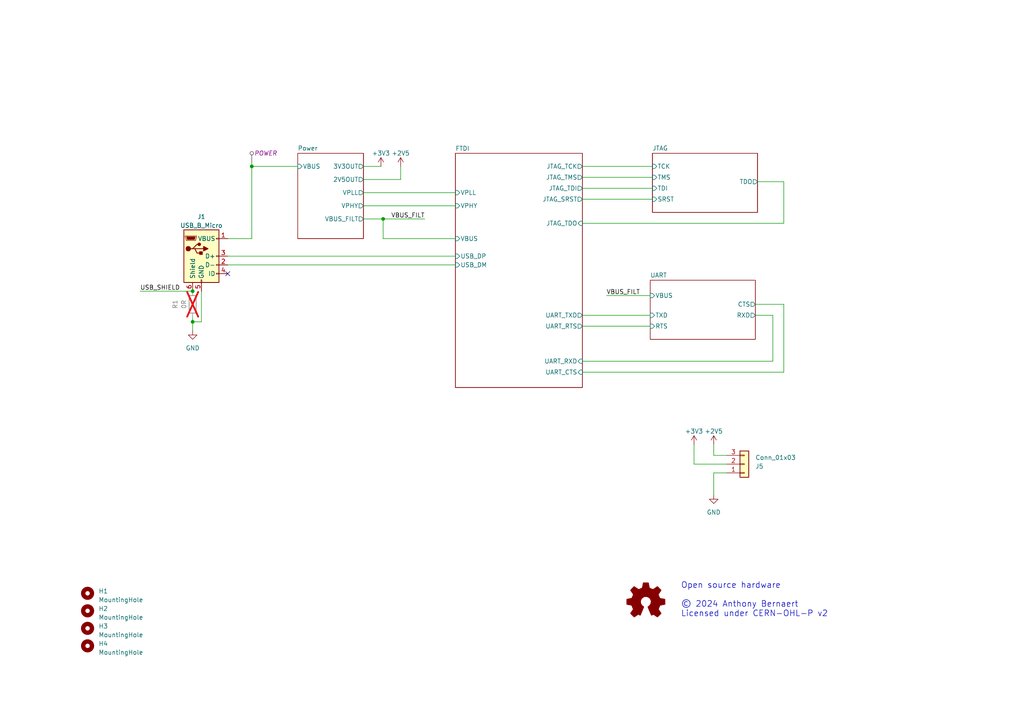
<source format=kicad_sch>
(kicad_sch (version 20230121) (generator eeschema)
  (paper "A4")
  (title_block (title "FTDI JTAG Programmer") (date "2024-10-11") (rev "1"))
  (lib_symbols
    (symbol "Connector:USB_B_Micro" (pin_names (offset 1.016))
      (property "Reference" "J" (at -5.08 11.43 0))
      (property "Value" "USB_B_Micro" (at -5.08 8.89 0))
      (symbol "USB_B_Micro_0_1"
        (rectangle (start -5.08 -7.62) (end 5.08 7.62) (stroke (width 0.254)) (fill (type background)))
        (circle (center -3.81 2.159) (radius 0.635) (stroke (width 0.254)) (fill (type outline)))
        (circle (center -0.635 3.429) (radius 0.381) (stroke (width 0.254)) (fill (type outline)))
        (rectangle (start -0.127 -7.62) (end 0.127 -6.858))
        (polyline (pts (xy -1.905 2.159) (xy 0.635 2.159)) (stroke (width 0.254)))
        (polyline (pts (xy -3.175 2.159) (xy -2.54 2.159) (xy -1.27 3.429) (xy -0.635 3.429)) (stroke (width 0.254)))
        (polyline (pts (xy -2.54 2.159) (xy -1.905 2.159) (xy -1.27 0.889) (xy 0 0.889)) (stroke (width 0.254)))
        (polyline (pts (xy 0.635 2.794) (xy 0.635 1.524) (xy 1.905 2.159) (xy 0.635 2.794)) (stroke (width 0.254)) (fill (type outline)))
        (polyline (pts (xy -4.318 5.588) (xy -1.778 5.588) (xy -2.032 4.826) (xy -4.064 4.826) (xy -4.318 5.588)) (fill (type outline)))
        (polyline (pts (xy -4.699 5.842) (xy -4.699 5.588) (xy -4.445 4.826) (xy -4.445 4.572) (xy -1.651 4.572) (xy -1.651 4.826) (xy -1.397 5.588) (xy -1.397 5.842) (xy -4.699 5.842)))
        (rectangle (start 0.254 1.27) (end -0.508 0.508) (stroke (width 0.254)) (fill (type outline)))
        (rectangle (start 5.08 -5.207) (end 4.318 -4.953))
        (rectangle (start 5.08 -2.667) (end 4.318 -2.413))
        (rectangle (start 5.08 -0.127) (end 4.318 0.127))
        (rectangle (start 5.08 4.953) (end 4.318 5.207))
      )
      (symbol "USB_B_Micro_1_1"
        (pin power_out line (at 7.62 5.08 180) (length 2.54) (name "VBUS") (number "1"))
        (pin bidirectional line (at 7.62 -2.54 180) (length 2.54) (name "D-") (number "2"))
        (pin bidirectional line (at 7.62 0 180) (length 2.54) (name "D+") (number "3"))
        (pin passive line (at 7.62 -5.08 180) (length 2.54) (name "ID") (number "4"))
        (pin power_out line (at 0 -10.16 90) (length 2.54) (name "GND") (number "5"))
        (pin passive line (at -2.54 -10.16 90) (length 2.54) (name "Shield") (number "6"))
      )
    )
    (symbol "Connector_Generic:Conn_01x03" (pin_names (offset 1.016) hide)
      (property "Reference" "J" (at 0 5.08 0))
      (property "Value" "Conn_01x03" (at 0 -5.08 0))
      (symbol "Conn_01x03_1_1"
        (rectangle (start -1.27 -2.413) (end 0 -2.667) (stroke (width 0.1524)))
        (rectangle (start -1.27 0.127) (end 0 -0.127) (stroke (width 0.1524)))
        (rectangle (start -1.27 2.667) (end 0 2.413) (stroke (width 0.1524)))
        (rectangle (start -1.27 3.81) (end 1.27 -3.81) (stroke (width 0.254)) (fill (type background)))
        (pin passive line (at -5.08 2.54 0) (length 3.81) (name "Pin_1") (number "1"))
        (pin passive line (at -5.08 0 0) (length 3.81) (name "Pin_2") (number "2"))
        (pin passive line (at -5.08 -2.54 0) (length 3.81) (name "Pin_3") (number "3"))
      )
    )
    (symbol "Device:R" (pin_numbers hide) (pin_names (offset 0))
      (property "Reference" "R" (at 2.032 0 90))
      (property "Value" "R" (at 0 0 90))
      (symbol "R_0_1"
        (rectangle (start -1.016 -2.54) (end 1.016 2.54) (stroke (width 0.254)))
      )
      (symbol "R_1_1"
        (pin passive line (at 0 3.81 270) (length 1.27) (name "~") (number "1"))
        (pin passive line (at 0 -3.81 90) (length 1.27) (name "~") (number "2"))
      )
    )
    (symbol "Graphic:Logo_Open_Hardware_Small" (in_bom no) (on_board no)
      (symbol "Logo_Open_Hardware_Small_0_1"
        (polyline (pts (xy 3.3528 -4.3434) (xy 3.302 -4.318) (xy 3.175 -4.2418) (xy 2.9972 -4.1148) (xy 2.7686 -3.9624) (xy 2.54 -3.81) (xy 2.3622 -3.7084) (xy 2.2352 -3.6068) (xy 2.1844 -3.5814) (xy 2.159 -3.6068) (xy 2.0574 -3.6576) (xy 1.905 -3.7338) (xy 1.8034 -3.7846) (xy 1.6764 -3.8354) (xy 1.6002 -3.8354) (xy 1.6002 -3.8354) (xy 1.5494 -3.7338) (xy 1.4732 -3.5306) (xy 1.3462 -3.302) (xy 1.2446 -3.0226) (xy 1.1176 -2.7178) (xy 0.9652 -2.413) (xy 0.8636 -2.1082) (xy 0.7366 -1.8288) (xy 0.6604 -1.6256) (xy 0.6096 -1.4732) (xy 0.5842 -1.397) (xy 0.5842 -1.397) (xy 0.6604 -1.3208) (xy 0.7874 -1.2446) (xy 1.0414 -1.016) (xy 1.2954 -0.6858) (xy 1.4478 -0.3302) (xy 1.524 0.0762) (xy 1.4732 0.4572) (xy 1.3208 0.8128) (xy 1.0668 1.143) (xy 0.762 1.3716) (xy 0.4064 1.524) (xy 0 1.5748) (xy -0.381 1.5494) (xy -0.7366 1.397) (xy -1.0668 1.143) (xy -1.2192 0.9906) (xy -1.397 0.6604) (xy -1.524 0.3048) (xy -1.524 0.2286) (xy -1.4986 -0.1778) (xy -1.397 -0.5334) (xy -1.1938 -0.8636) (xy -0.9144 -1.143) (xy -0.8636 -1.1684) (xy -0.7366 -1.27) (xy -0.635 -1.3462) (xy -0.5842 -1.397) (xy -1.0668 -2.5908) (xy -1.143 -2.794) (xy -1.2954 -3.1242) (xy -1.397 -3.4036) (xy -1.4986 -3.6322) (xy -1.5748 -3.7846) (xy -1.6002 -3.8354) (xy -1.6002 -3.8354) (xy -1.651 -3.8354) (xy -1.7272 -3.81) (xy -1.905 -3.7338) (xy -2.0066 -3.683) (xy -2.1336 -3.6068) (xy -2.2098 -3.5814) (xy -2.2606 -3.6068) (xy -2.3622 -3.683) (xy -2.54 -3.81) (xy -2.7686 -3.9624) (xy -2.9718 -4.0894) (xy -3.1496 -4.2164) (xy -3.302 -4.318) (xy -3.3528 -4.3434) (xy -3.3782 -4.3434) (xy -3.429 -4.318) (xy -3.5306 -4.2164) (xy -3.7084 -4.064) (xy -3.937 -3.8354) (xy -3.9624 -3.81) (xy -4.1656 -3.6068) (xy -4.318 -3.4544) (xy -4.4196 -3.3274) (xy -4.445 -3.2766) (xy -4.445 -3.2766) (xy -4.4196 -3.2258) (xy -4.318 -3.0734) (xy -4.2164 -2.8956) (xy -4.064 -2.667) (xy -3.6576 -2.0828) (xy -3.8862 -1.5494) (xy -3.937 -1.3716) (xy -4.0386 -1.1684) (xy -4.0894 -1.0414) (xy -4.1148 -0.9652) (xy -4.191 -0.9398) (xy -4.318 -0.9144) (xy -4.5466 -0.8636) (xy -4.8006 -0.8128) (xy -5.0546 -0.7874) (xy -5.2578 -0.7366) (xy -5.4356 -0.7112) (xy -5.5118 -0.6858) (xy -5.5118 -0.6858) (xy -5.5372 -0.635) (xy -5.5372 -0.5588) (xy -5.5372 -0.4318) (xy -5.5626 -0.2286) (xy -5.5626 0.0762) (xy -5.5626 0.127) (xy -5.5372 0.4064) (xy -5.5372 0.635) (xy -5.5372 0.762) (xy -5.5372 0.8382) (xy -5.5372 0.8382) (xy -5.461 0.8382) (xy -5.3086 0.889) (xy -5.08 0.9144) (xy -4.826 0.9652) (xy -4.8006 0.9906) (xy -4.5466 1.0414) (xy -4.318 1.0668) (xy -4.1656 1.1176) (xy -4.0894 1.143) (xy -4.0894 1.143) (xy -4.0386 1.2446) (xy -3.9624 1.4224) (xy -3.8608 1.6256) (xy -3.7846 1.8288) (xy -3.7084 2.0066) (xy -3.6576 2.159) (xy -3.6322 2.2098) (xy -3.6322 2.2098) (xy -3.683 2.286) (xy -3.7592 2.413) (xy -3.8862 2.5908) (xy -4.064 2.8194) (xy -4.064 2.8448) (xy -4.2164 3.0734) (xy -4.3434 3.2512) (xy -4.4196 3.3782) (xy -4.445 3.4544) (xy -4.445 3.4544) (xy -4.3942 3.5052) (xy -4.2926 3.6322) (xy -4.1148 3.81) (xy -3.937 4.0132) (xy -3.8608 4.064) (xy -3.6576 4.2926) (xy -3.5052 4.4196) (xy -3.4036 4.4958) (xy -3.3528 4.5212) (xy -3.3528 4.5212) (xy -3.302 4.4704) (xy -3.1496 4.3688) (xy -2.9718 4.2418) (xy -2.7432 4.0894) (xy -2.7178 4.0894) (xy -2.4892 3.937) (xy -2.3114 3.81) (xy -2.1844 3.7084) (xy -2.1336 3.683) (xy -2.1082 3.683) (xy -2.032 3.7084) (xy -1.8542 3.7592) (xy -1.6764 3.8354) (xy -1.4732 3.937) (xy -1.27 4.0132) (xy -1.143 4.064) (xy -1.0668 4.1148) (xy -1.0668 4.1148) (xy -1.0414 4.191) (xy -1.016 4.3434) (xy -0.9652 4.572) (xy -0.9144 4.8514) (xy -0.889 4.9022) (xy -0.8382 5.1562) (xy -0.8128 5.3848) (xy -0.7874 5.5372) (xy -0.762 5.588) (xy -0.7112 5.6134) (xy -0.5842 5.6134) (xy -0.4064 5.6134) (xy -0.1524 5.6134) (xy 0.0762 5.6134) (xy 0.3302 5.6134) (xy 0.5334 5.6134) (xy 0.6858 5.588) (xy 0.7366 5.588) (xy 0.7366 5.588) (xy 0.762 5.5118) (xy 0.8128 5.334) (xy 0.8382 5.1054) (xy 0.9144 4.826) (xy 0.9144 4.7752) (xy 0.9652 4.5212) (xy 1.016 4.2926) (xy 1.0414 4.1402) (xy 1.0668 4.0894) (xy 1.0668 4.0894) (xy 1.1938 4.0386) (xy 1.3716 3.9624) (xy 1.5748 3.8608) (xy 2.0828 3.6576) (xy 2.7178 4.0894) (xy 2.7686 4.1402) (xy 2.9972 4.2926) (xy 3.175 4.4196) (xy 3.302 4.4958) (xy 3.3782 4.5212) (xy 3.3782 4.5212) (xy 3.429 4.4704) (xy 3.556 4.3434) (xy 3.7338 4.191) (xy 3.9116 3.9878) (xy 4.064 3.8354) (xy 4.2418 3.6576) (xy 4.3434 3.556) (xy 4.4196 3.4798) (xy 4.4196 3.429) (xy 4.4196 3.4036) (xy 4.3942 3.3274) (xy 4.2926 3.2004) (xy 4.1656 2.9972) (xy 4.0132 2.794) (xy 3.8862 2.5908) (xy 3.7592 2.3876) (xy 3.6576 2.2352) (xy 3.6322 2.159) (xy 3.6322 2.1336) (xy 3.683 2.0066) (xy 3.7592 1.8288) (xy 3.8608 1.6002) (xy 4.064 1.1176) (xy 4.3942 1.0414) (xy 4.5974 1.016) (xy 4.8768 0.9652) (xy 5.1308 0.9144) (xy 5.5372 0.8382) (xy 5.5626 -0.6604) (xy 5.4864 -0.6858) (xy 5.4356 -0.6858) (xy 5.2832 -0.7366) (xy 5.0546 -0.762) (xy 4.8006 -0.8128) (xy 4.5974 -0.8636) (xy 4.3688 -0.9144) (xy 4.2164 -0.9398) (xy 4.1402 -0.9398) (xy 4.1148 -0.9652) (xy 4.064 -1.0668) (xy 3.9878 -1.2446) (xy 3.9116 -1.4478) (xy 3.81 -1.651) (xy 3.7338 -1.8542) (xy 3.683 -2.0066) (xy 3.6576 -2.0828) (xy 3.683 -2.1336) (xy 3.7846 -2.2606) (xy 3.8862 -2.4638) (xy 4.0386 -2.667) (xy 4.191 -2.8956) (xy 4.318 -3.0734) (xy 4.3942 -3.2004) (xy 4.445 -3.2766) (xy 4.4196 -3.3274) (xy 4.3434 -3.429) (xy 4.1656 -3.5814) (xy 3.937 -3.8354) (xy 3.8862 -3.8608) (xy 3.683 -4.064) (xy 3.5306 -4.2164) (xy 3.4036 -4.318) (xy 3.3528 -4.3434)) (fill (type outline)))
      )
    )
    (symbol "Mechanical:MountingHole" (pin_names (offset 1.016))
      (property "Reference" "H" (at 0 5.08 0))
      (property "Value" "MountingHole" (at 0 3.175 0))
      (symbol "MountingHole_0_1"
        (circle (center 0 0) (radius 1.27) (stroke (width 1.27)))
      )
    )
    (symbol "power:+2V5" (power) (pin_names (offset 0))
      (property "Value" "+2V5" (at 0 3.556 0))
      (symbol "+2V5_0_1"
        (polyline (pts (xy -0.762 1.27) (xy 0 2.54)))
        (polyline (pts (xy 0 0) (xy 0 2.54)))
        (polyline (pts (xy 0 2.54) (xy 0.762 1.27)))
      )
      (symbol "+2V5_1_1"
        (pin power_in line (at 0 0 90) (length 0) hide (name "+2V5") (number "1"))
      )
    )
    (symbol "power:+3V3" (power) (pin_names (offset 0))
      (property "Value" "+3V3" (at 0 3.556 0))
      (symbol "+3V3_0_1"
        (polyline (pts (xy -0.762 1.27) (xy 0 2.54)))
        (polyline (pts (xy 0 0) (xy 0 2.54)))
        (polyline (pts (xy 0 2.54) (xy 0.762 1.27)))
      )
      (symbol "+3V3_1_1"
        (pin power_in line (at 0 0 90) (length 0) hide (name "+3V3") (number "1"))
      )
    )
    (symbol "power:GND" (power) (pin_names (offset 0))
      (property "Value" "GND" (at 0 -3.81 0))
      (symbol "GND_0_1"
        (polyline (pts (xy 0 0) (xy 0 -1.27) (xy 1.27 -1.27) (xy 0 -2.54) (xy -1.27 -1.27) (xy 0 -1.27)))
      )
      (symbol "GND_1_1"
        (pin power_in line (at 0 0 270) (length 0) hide (name "GND") (number "1"))
      )
    )
  )
  (junction (at 73.025 48.26))
  (junction (at 55.88 93.345))
  (junction (at 111.125 63.5))
  (junction (at 55.88 84.455))
  (no_connect (at 66.04 79.375))
  (wire (pts (xy 105.41 63.5) (xy 111.125 63.5)))
  (wire (pts (xy 111.125 69.215) (xy 132.08 69.215)))
  (wire (pts (xy 55.88 93.345) (xy 55.88 92.075)))
  (wire (pts (xy 227.33 52.705) (xy 219.71 52.705)))
  (wire (pts (xy 210.82 134.62) (xy 201.295 134.62)))
  (wire (pts (xy 168.91 94.615) (xy 188.595 94.615)))
  (wire (pts (xy 168.91 64.77) (xy 227.33 64.77)))
  (wire (pts (xy 73.025 48.26) (xy 86.36 48.26)))
  (wire (pts (xy 207.01 137.16) (xy 207.01 143.51)))
  (wire (pts (xy 168.91 104.775) (xy 224.155 104.775)))
  (wire (pts (xy 168.91 91.44) (xy 188.595 91.44)))
  (wire (pts (xy 66.04 74.295) (xy 132.08 74.295)))
  (wire (pts (xy 207.01 137.16) (xy 210.82 137.16)))
  (wire (pts (xy 105.41 55.88) (xy 132.08 55.88)))
  (wire (pts (xy 201.295 128.905) (xy 201.295 134.62)))
  (wire (pts (xy 175.895 85.725) (xy 188.595 85.725)))
  (wire (pts (xy 105.41 59.69) (xy 132.08 59.69)))
  (wire (pts (xy 227.33 64.77) (xy 227.33 52.705)))
  (wire (pts (xy 40.64 84.455) (xy 55.88 84.455)))
  (wire (pts (xy 111.125 63.5) (xy 111.125 69.215)))
  (wire (pts (xy 105.41 52.07) (xy 116.205 52.07)))
  (wire (pts (xy 227.33 88.265) (xy 219.075 88.265)))
  (wire (pts (xy 168.91 107.95) (xy 227.33 107.95)))
  (wire (pts (xy 73.025 46.99) (xy 73.025 48.26)))
  (wire (pts (xy 111.125 63.5) (xy 123.19 63.5)))
  (wire (pts (xy 224.155 104.775) (xy 224.155 91.44)))
  (wire (pts (xy 210.82 132.08) (xy 207.01 132.08)))
  (wire (pts (xy 55.88 93.345) (xy 55.88 95.885)))
  (wire (pts (xy 219.075 91.44) (xy 224.155 91.44)))
  (wire (pts (xy 58.42 93.345) (xy 55.88 93.345)))
  (wire (pts (xy 168.91 54.61) (xy 189.23 54.61)))
  (wire (pts (xy 168.91 51.435) (xy 189.23 51.435)))
  (wire (pts (xy 73.025 48.26) (xy 73.025 69.215)))
  (wire (pts (xy 66.04 69.215) (xy 73.025 69.215)))
  (wire (pts (xy 168.91 57.785) (xy 189.23 57.785)))
  (wire (pts (xy 105.41 48.26) (xy 110.49 48.26)))
  (wire (pts (xy 227.33 107.95) (xy 227.33 88.265)))
  (wire (pts (xy 58.42 84.455) (xy 58.42 93.345)))
  (wire (pts (xy 116.205 52.07) (xy 116.205 48.26)))
  (wire (pts (xy 66.04 76.835) (xy 132.08 76.835)))
  (wire (pts (xy 168.91 48.26) (xy 189.23 48.26)))
  (wire (pts (xy 207.01 128.905) (xy 207.01 132.08)))
  (text "Open source hardware\n\n© 2024 Anthony Bernaert\nLicensed under CERN-OHL-P v2" (at 197.485 179.07 0) (effects (font (size 1.7 1.7)) (justify left bottom)))
  (label "VBUS_FILT" (at 123.19 63.5 180))
  (label "VBUS_FILT" (at 175.895 85.725 0))
  (label "USB_SHIELD" (at 40.64 84.455 0))
  (netclass_flag "" (length 2.54) (shape round) (at 73.025 46.99 0) (property "Netclass" "POWER" (at 73.7235 44.45 0) (effects (font italic) (justify left))))
  (symbol (lib_id "Connector_Generic:Conn_01x03") (at 215.9 134.62 0) (mirror x) (unit 1)
    (property "Reference" "J5" (at 219.075 135.255 0) (effects (justify left)))
    (property "Value" "Conn_01x03" (at 219.075 132.715 0) (effects (justify left)))
    (property "Footprint" "Connector_PinSocket_2.54mm:PinSocket_1x03_P2.54mm_Vertical" (effects hide))
  )
  (symbol (lib_id "Mechanical:MountingHole") (at 25.4 177.165 0) (unit 1)
    (property "Reference" "H2" (at 28.575 176.53 0) (effects (justify left)))
    (property "Value" "MountingHole" (at 28.575 179.07 0) (effects (justify left)))
    (property "Footprint" "MountingHole:MountingHole_3.2mm_M3" (effects hide))
  )
  (symbol (lib_id "power:+3V3") (at 201.295 128.905 0) (unit 1)
    (property "Reference" "#PWR050" (effects hide))
    (property "Value" "+3V3" (at 201.295 125.095 0))
  )
  (symbol (lib_id "Mechanical:MountingHole") (at 25.4 182.245 0) (unit 1)
    (property "Reference" "H3" (at 28.575 181.61 0) (effects (justify left)))
    (property "Value" "MountingHole" (at 28.575 184.15 0) (effects (justify left)))
    (property "Footprint" "MountingHole:MountingHole_3.2mm_M3" (effects hide))
  )
  (symbol (lib_id "power:+2V5") (at 116.205 48.26 0) (unit 1)
    (property "Reference" "#PWR043" (effects hide))
    (property "Value" "+2V5" (at 116.205 44.45 0))
  )
  (symbol (lib_id "power:+2V5") (at 207.01 128.905 0) (unit 1)
    (property "Reference" "#PWR051" (effects hide))
    (property "Value" "+2V5" (at 207.01 125.095 0))
  )
  (symbol (lib_id "Device:R") (at 55.88 88.265 0) (unit 1) (dnp yes)
    (property "Reference" "R1" (at 50.8 88.265 90))
    (property "Value" "0R" (at 53.34 88.265 90))
    (property "Footprint" "Resistor_SMD:R_0603_1608Metric" (effects hide))
  )
  (symbol (lib_id "Connector:USB_B_Micro") (at 58.42 74.295 0) (unit 1)
    (property "Reference" "J1" (at 58.42 62.865 0))
    (property "Value" "USB_B_Micro" (at 58.42 65.405 0))
    (property "Footprint" "Connector_USB:USB_Micro-B_Amphenol_10118194_Horizontal" (effects hide))
  )
  (symbol (lib_id "power:GND") (at 207.01 143.51 0) (unit 1)
    (property "Reference" "#PWR049" (effects hide))
    (property "Value" "GND" (at 207.01 148.59 0))
  )
  (symbol (lib_id "Mechanical:MountingHole") (at 25.4 172.085 0) (unit 1)
    (property "Reference" "H1" (at 28.575 171.45 0) (effects (justify left)))
    (property "Value" "MountingHole" (at 28.575 173.99 0) (effects (justify left)))
    (property "Footprint" "MountingHole:MountingHole_3.2mm_M3" (effects hide))
  )
  (symbol (lib_id "Graphic:Logo_Open_Hardware_Small") (at 187.325 174.625 0) (unit 1) (in_bom no) (on_board no)
    (property "Reference" "#SYM1" (effects hide))
    (property "Value" "Logo_Open_Hardware_Small" (effects hide))
    (property "Sim.Enable" "0" (effects hide))
  )
  (symbol (lib_id "power:GND") (at 55.88 95.885 0) (mirror y) (unit 1)
    (property "Reference" "#PWR01" (effects hide))
    (property "Value" "GND" (at 55.88 100.965 0))
  )
  (symbol (lib_id "power:+3V3") (at 110.49 48.26 0) (unit 1)
    (property "Reference" "#PWR042" (effects hide))
    (property "Value" "+3V3" (at 110.49 44.45 0))
  )
  (symbol (lib_id "Mechanical:MountingHole") (at 25.4 187.325 0) (unit 1)
    (property "Reference" "H4" (at 28.575 186.69 0) (effects (justify left)))
    (property "Value" "MountingHole" (at 28.575 189.23 0) (effects (justify left)))
    (property "Footprint" "MountingHole:MountingHole_3.2mm_M3" (effects hide))
  )
  (sheet (at 189.23 44.45) (size 30.48 17.145) (stroke (width 0.1524))
    (property "Sheetname" "JTAG" (at 189.23 43.7384 0) (effects (justify left bottom)))
    (property "Sheetfile" "JTAG.kicad_sch" (effects hide))
    (pin "TCK" input (at 189.23 48.26 180))
    (pin "TMS" input (at 189.23 51.435 180))
    (pin "SRST" input (at 189.23 57.785 180))
    (pin "TDI" input (at 189.23 54.61 180))
    (pin "TDO" output (at 219.71 52.705 0))
  )
  (sheet (at 188.595 81.28) (size 30.48 17.145) (stroke (width 0.1524))
    (property "Sheetname" "UART" (at 188.595 80.5684 0) (effects (justify left bottom)))
    (property "Sheetfile" "UART.kicad_sch" (effects hide))
    (pin "TXD" input (at 188.595 91.44 180))
    (pin "CTS" output (at 219.075 88.265 0))
    (pin "RXD" output (at 219.075 91.44 0))
    (pin "RTS" input (at 188.595 94.615 180))
    (pin "VBUS" input (at 188.595 85.725 180))
  )
  (sheet (at 132.08 44.45) (size 36.83 67.945) (stroke (width 0.1524))
    (property "Sheetname" "FTDI" (at 132.08 43.815 0) (effects (justify left bottom)))
    (property "Sheetfile" "FTDI.kicad_sch" (effects hide))
    (pin "USB_DP" input (at 132.08 74.295 180))
    (pin "USB_DM" input (at 132.08 76.835 180))
    (pin "VPHY" input (at 132.08 59.69 180))
    (pin "VPLL" input (at 132.08 55.88 180))
    (pin "VBUS" input (at 132.08 69.215 180))
    (pin "JTAG_TDO" input (at 168.91 64.77 0))
    (pin "JTAG_TCK" output (at 168.91 48.26 0))
    (pin "JTAG_TDI" output (at 168.91 54.61 0))
    (pin "JTAG_SRST" output (at 168.91 57.785 0))
    (pin "JTAG_TMS" output (at 168.91 51.435 0))
    (pin "UART_RTS" output (at 168.91 94.615 0))
    (pin "UART_CTS" input (at 168.91 107.95 0))
    (pin "UART_TXD" output (at 168.91 91.44 0))
    (pin "UART_RXD" input (at 168.91 104.775 0))
  )
  (sheet (at 86.36 44.45) (size 19.05 24.765) (stroke (width 0.1524))
    (property "Sheetname" "Power" (at 86.36 43.7384 0) (effects (justify left bottom)))
    (property "Sheetfile" "Power.kicad_sch" (effects hide))
    (pin "VBUS" input (at 86.36 48.26 180))
    (pin "VPLL" output (at 105.41 55.88 0))
    (pin "VPHY" output (at 105.41 59.69 0))
    (pin "3V3OUT" output (at 105.41 48.26 0))
    (pin "2V5OUT" output (at 105.41 52.07 0))
    (pin "VBUS_FILT" output (at 105.41 63.5 0))
  )
)
</source>
